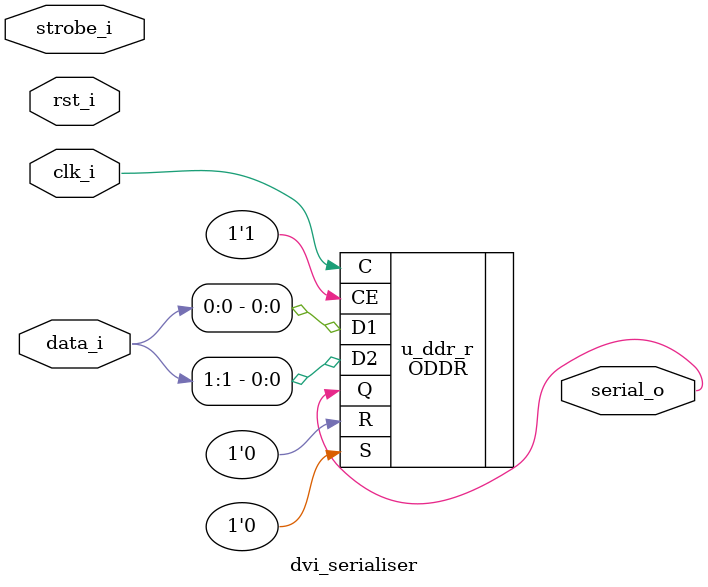
<source format=v>

module dvi_serialiser
(
      input       clk_i
    , input       rst_i
    , input       strobe_i
    , input [9:0] data_i
    , output      serial_o
);

`ifndef verilator
ODDR
#(
     .DDR_CLK_EDGE("SAME_EDGE")
    ,.INIT(1'b0)
    ,.SRTYPE("ASYNC")
)
u_ddr_r
(
     .C(clk_i)
    ,.CE(1'b1)
    ,.D1(data_i[0])
    ,.D2(data_i[1])
    ,.Q(serial_o)
    ,.R(1'b0)
    ,.S(1'b0)
);
`else
// Hack - non-functional sim
assign serial_o = clk_i ? data_i[0] : data_i[1];
`endif

endmodule
</source>
